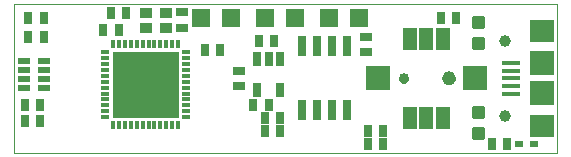
<source format=gts>
G75*
G70*
%OFA0B0*%
%FSLAX24Y24*%
%IPPOS*%
%LPD*%
%AMOC8*
5,1,8,0,0,1.08239X$1,22.5*
%
%ADD10C,0.0000*%
%ADD11R,0.0316X0.0394*%
%ADD12R,0.0473X0.0768*%
%ADD13R,0.0788X0.0827*%
%ADD14C,0.0335*%
%ADD15C,0.0453*%
%ADD16R,0.0591X0.0178*%
%ADD17R,0.0788X0.0749*%
%ADD18R,0.0788X0.0788*%
%ADD19R,0.0276X0.0650*%
%ADD20R,0.0257X0.0512*%
%ADD21R,0.0131X0.0276*%
%ADD22R,0.0276X0.0131*%
%ADD23R,0.2245X0.2245*%
%ADD24C,0.0130*%
%ADD25R,0.0640X0.0640*%
%ADD26R,0.0316X0.0237*%
%ADD27R,0.0394X0.0316*%
%ADD28R,0.0394X0.0355*%
%ADD29C,0.0390*%
%ADD30R,0.0395X0.0220*%
D10*
X004510Y003328D02*
X004510Y008318D01*
X022630Y008318D01*
X022630Y003328D01*
X004510Y003328D01*
X017363Y005828D02*
X017365Y005852D01*
X017371Y005875D01*
X017380Y005897D01*
X017393Y005917D01*
X017408Y005935D01*
X017427Y005950D01*
X017448Y005962D01*
X017470Y005970D01*
X017493Y005975D01*
X017517Y005976D01*
X017541Y005973D01*
X017563Y005966D01*
X017585Y005956D01*
X017605Y005943D01*
X017622Y005926D01*
X017636Y005907D01*
X017647Y005886D01*
X017655Y005863D01*
X017659Y005840D01*
X017659Y005816D01*
X017655Y005793D01*
X017647Y005770D01*
X017636Y005749D01*
X017622Y005730D01*
X017605Y005713D01*
X017585Y005700D01*
X017563Y005690D01*
X017541Y005683D01*
X017517Y005680D01*
X017493Y005681D01*
X017470Y005686D01*
X017448Y005694D01*
X017427Y005706D01*
X017408Y005721D01*
X017393Y005739D01*
X017380Y005759D01*
X017371Y005781D01*
X017365Y005804D01*
X017363Y005828D01*
X018801Y005828D02*
X018803Y005856D01*
X018809Y005884D01*
X018818Y005910D01*
X018831Y005936D01*
X018847Y005959D01*
X018867Y005979D01*
X018889Y005997D01*
X018913Y006012D01*
X018939Y006023D01*
X018966Y006031D01*
X018994Y006035D01*
X019022Y006035D01*
X019050Y006031D01*
X019077Y006023D01*
X019103Y006012D01*
X019127Y005997D01*
X019149Y005979D01*
X019169Y005959D01*
X019185Y005936D01*
X019198Y005910D01*
X019207Y005884D01*
X019213Y005856D01*
X019215Y005828D01*
X019213Y005800D01*
X019207Y005772D01*
X019198Y005746D01*
X019185Y005720D01*
X019169Y005697D01*
X019149Y005677D01*
X019127Y005659D01*
X019103Y005644D01*
X019077Y005633D01*
X019050Y005625D01*
X019022Y005621D01*
X018994Y005621D01*
X018966Y005625D01*
X018939Y005633D01*
X018913Y005644D01*
X018889Y005659D01*
X018867Y005677D01*
X018847Y005697D01*
X018831Y005720D01*
X018818Y005746D01*
X018809Y005772D01*
X018803Y005800D01*
X018801Y005828D01*
D11*
X016828Y004078D03*
X016316Y004078D03*
X016316Y003640D03*
X016828Y003640D03*
X013390Y004078D03*
X012879Y004078D03*
X012879Y004515D03*
X013390Y004515D03*
X013015Y004953D03*
X012504Y004953D03*
X011390Y006765D03*
X010879Y006765D03*
X012691Y007078D03*
X013203Y007078D03*
X008265Y008015D03*
X007754Y008015D03*
X007504Y007453D03*
X008015Y007453D03*
X005515Y007203D03*
X005004Y007203D03*
X005004Y007828D03*
X005515Y007828D03*
X005390Y004953D03*
X004879Y004953D03*
X004879Y004390D03*
X005390Y004390D03*
X018754Y007828D03*
X019265Y007828D03*
X020441Y003640D03*
X020953Y003640D03*
D12*
X018811Y004518D03*
X018260Y004518D03*
X017708Y004518D03*
X017708Y007137D03*
X018260Y007137D03*
X018811Y007137D03*
D13*
X019874Y005828D03*
X016645Y005828D03*
D14*
X017511Y005828D03*
D15*
X019008Y005828D03*
D16*
X021091Y005828D03*
X021091Y006083D03*
X021091Y006339D03*
X021091Y005572D03*
X021091Y005316D03*
D17*
X022135Y004253D03*
X022135Y007402D03*
D18*
X022135Y006328D03*
X022135Y005328D03*
D19*
X015635Y004761D03*
X015135Y004761D03*
X014635Y004761D03*
X014135Y004761D03*
X014135Y006887D03*
X014635Y006887D03*
X015135Y006887D03*
X015635Y006887D03*
D20*
X013384Y006464D03*
X013010Y006464D03*
X012635Y006464D03*
X012635Y005441D03*
X013384Y005441D03*
D21*
X009994Y004255D03*
X009797Y004255D03*
X009600Y004255D03*
X009403Y004255D03*
X009206Y004255D03*
X009010Y004255D03*
X008813Y004255D03*
X008616Y004255D03*
X008419Y004255D03*
X008222Y004255D03*
X008025Y004255D03*
X007828Y004255D03*
X007828Y006972D03*
X008025Y006972D03*
X008222Y006972D03*
X008419Y006972D03*
X008616Y006972D03*
X008813Y006972D03*
X009010Y006972D03*
X009206Y006972D03*
X009403Y006972D03*
X009600Y006972D03*
X009797Y006972D03*
X009994Y006972D03*
D22*
X010269Y006696D03*
X010269Y006499D03*
X010269Y006302D03*
X010269Y006106D03*
X010269Y005909D03*
X010269Y005712D03*
X010269Y005515D03*
X010269Y005318D03*
X010269Y005121D03*
X010269Y004924D03*
X010269Y004728D03*
X010269Y004531D03*
X007553Y004531D03*
X007553Y004728D03*
X007553Y004924D03*
X007553Y005121D03*
X007553Y005318D03*
X007553Y005515D03*
X007553Y005712D03*
X007553Y005909D03*
X007553Y006106D03*
X007553Y006302D03*
X007553Y006499D03*
X007553Y006696D03*
D23*
X008911Y005613D03*
D24*
X019858Y004521D02*
X020162Y004521D01*
X019858Y004521D02*
X019858Y004825D01*
X020162Y004825D01*
X020162Y004521D01*
X020162Y004650D02*
X019858Y004650D01*
X019858Y004779D02*
X020162Y004779D01*
X020162Y003830D02*
X019858Y003830D01*
X019858Y004134D01*
X020162Y004134D01*
X020162Y003830D01*
X020162Y003959D02*
X019858Y003959D01*
X019858Y004088D02*
X020162Y004088D01*
X020162Y007134D02*
X019858Y007134D01*
X020162Y007134D02*
X020162Y006830D01*
X019858Y006830D01*
X019858Y007134D01*
X019858Y006959D02*
X020162Y006959D01*
X020162Y007088D02*
X019858Y007088D01*
X019858Y007825D02*
X020162Y007825D01*
X020162Y007521D01*
X019858Y007521D01*
X019858Y007825D01*
X019858Y007650D02*
X020162Y007650D01*
X020162Y007779D02*
X019858Y007779D01*
D25*
X016010Y007828D03*
X015010Y007828D03*
X013885Y007828D03*
X012885Y007828D03*
X011760Y007828D03*
X010760Y007828D03*
D26*
X021359Y003640D03*
X021871Y003640D03*
D27*
X016260Y006697D03*
X016260Y007208D03*
X012010Y006083D03*
X012010Y005572D03*
X010135Y007509D03*
X010135Y008021D03*
D28*
X009584Y008011D03*
X008935Y008011D03*
X008935Y007519D03*
X009584Y007519D03*
D29*
X020885Y007078D03*
X020885Y004578D03*
D30*
X005530Y005488D03*
X005530Y005798D03*
X005530Y006108D03*
X005530Y006418D03*
X004865Y006418D03*
X004865Y006108D03*
X004865Y005798D03*
X004865Y005488D03*
M02*

</source>
